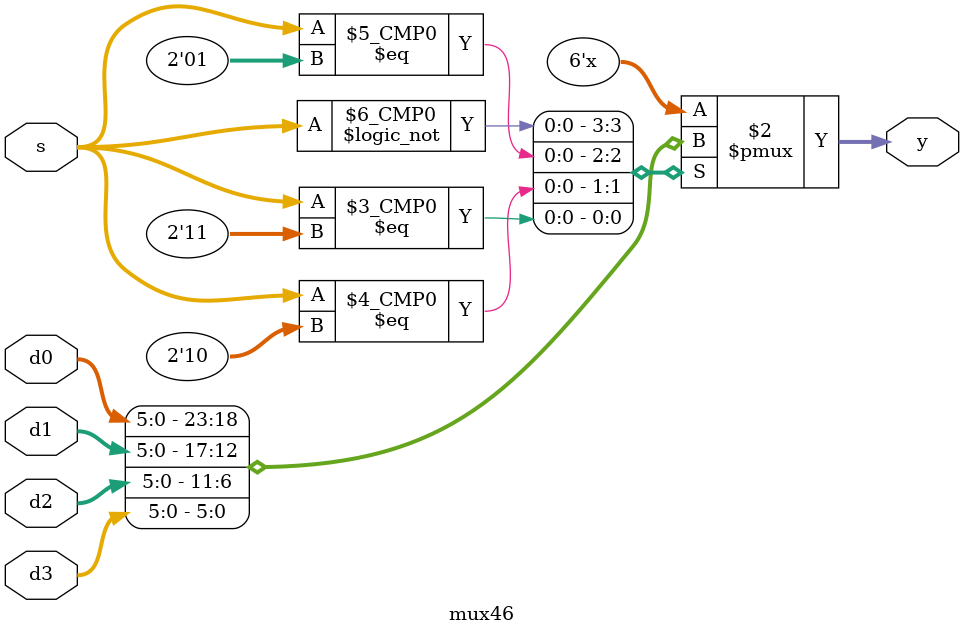
<source format=v>
module mux46 # (parameter WIDTH = 6)
(input [WIDTH-1:0] d0, d1, d2, d3, input [1:0] s,
output reg [WIDTH-1:0] y);
always @ (*)
begin
case(s)
	2'b00:
	begin 
	y <=  d0;
	end
	2'b01:
	begin
	y <=  d1;
	end
	2'b10:
	begin
	y <=  d2;
	end
	2'b11:
	begin
	y <=  d3;
	end
endcase
end
endmodule
</source>
